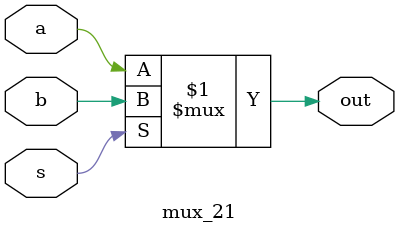
<source format=v>
module mux_21(input a,b,s,output out);
  
  assign out = s ? b:a;
  
endmodule
</source>
